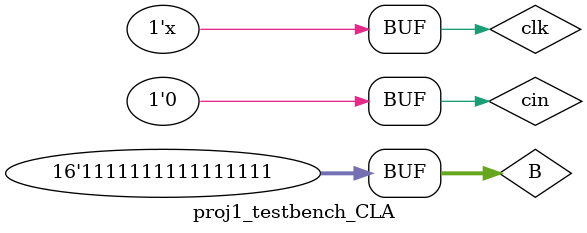
<source format=v>
module fulladder(a, b, cin, sum, cout);
  input a, b, cin;
  output sum, cout;
  assign #2 sum = a ^ b ^ cin;
  assign #2 cout = a & b | a & cin | b & cin;
endmodule

module fulladder_LA(a, b, cin, sum, p, g);
  input a, b, cin;
  output sum, p, g;
  assign #2 sum = a ^ b ^ cin;
  assign #1 g = a & b;
  assign #1 p = a ^ b;
endmodule

module lookahead(p3, p2, p1, p0, g3, g2, g1, g0, c0, c1, c2, c3, c4, P, G);
  input p3, p2, p1, p0, g3, g2, g1, g0, c0;
  output c1, c2, c3, c4, P, G;
  
  // Hook up the carries
  assign #2 c1 = g0 | p0 & c0;
  assign #2 c2 = g1 | p1 & c1;
  assign #2 c3 = g2 | p2 & c2;
  assign #2 c4 = g3 | p3 & c3;
  
  // Logic for "Super Propagate" and "Super Generate"
  assign #3 P = p3 & p2 & p1 & p0;
  assign #4 G = g3 | p3 & g2 | p3 & p2 & g1 | p3 & p2 & p1 & g0;
endmodule

module CLA(a, b, cin, sum, cout, P, G);
  input [3:0] a, b;
  input cin;
  output [3:0] sum;
  output cout, P, G;
  
  wire [3:0] c, p, g;
  assign c[0] = cin;
  
  fulladder_LA f0(a[0], b[0], c[0], sum[0], p[0], g[0]);
  fulladder_LA f1(a[1], b[1], c[1], sum[1], p[1], g[1]);
  fulladder_LA f2(a[2], b[2], c[2], sum[2], p[2], g[2]);
  fulladder_LA f3(a[3], b[3], c[3], sum[3], p[3], g[3]);
  
  lookahead LA(p[3], p[2], p[1], p[0], g[3], g[2], g[1], g[0], c[0], c[1], c[2], c[3], cout, P, G);
endmodule

module add16_LA(a, b, cin, sum, cout, P, G);
  input [15:0] a, b;
  input cin;
  output [15:0] sum;
  output cout, P, G;

  wire [3:0] c, p, g;
  assign c[0] = cin;

  // The carry out of each CLA remains unconnected, as we will use the p and g instead
  CLA cla0(a[3:0],   b[3:0],   c[0], sum[3:0],   , p[0], g[0]);
  CLA cla1(a[7:4],   b[7:4],   c[1], sum[7:4],   , p[1], g[1]);
  CLA cla2(a[11:8],  b[11:8],  c[2], sum[11:8],  , p[2], g[2]);
  CLA cla3(a[15:12], b[15:12], c[3], sum[15:12], , p[3], g[3]);

  lookahead LA(p[3], p[2], p[1], p[0], g[3], g[2], g[1], g[0], c[0], c[1], c[2], c[3], cout, P, G);
endmodule

module ripple_adder(a, b, sum, cout);
  input [15:0] a, b;
  output [15:0] sum;
  output cout;
  
  wire [15:0] c;
  assign c[0] = 0;
  
  fulladder f0(a[0], b[0], c[0], sum[0], c[1]);
  fulladder f1(a[1], b[1], c[1], sum[1], c[2]);
  fulladder f2(a[2], b[2], c[2], sum[2], c[3]);
  fulladder f3(a[3], b[3], c[3], sum[3], c[4]);
  fulladder f4(a[4], b[4], c[4], sum[4], c[5]);
  fulladder f5(a[5], b[5], c[5], sum[5], c[6]);
  fulladder f6(a[6], b[6], c[6], sum[6], c[7]);
  fulladder f7(a[7], b[7], c[7], sum[7], c[8]);
  fulladder f8(a[8], b[8], c[8], sum[8], c[9]);
  fulladder f9(a[9], b[9], c[9], sum[9], c[10]);
  fulladder f10(a[10], b[10], c[10], sum[10], c[11]);
  fulladder f11(a[11], b[11], c[11], sum[11], c[12]);
  fulladder f12(a[12], b[12], c[12], sum[12], c[13]);
  fulladder f13(a[13], b[13], c[13], sum[13], c[14]);
  fulladder f14(a[14], b[14], c[14], sum[14], c[15]);
  fulladder f15(a[15], b[15], c[15], sum[15], cout);
endmodule

module proj1_testbench;
  wire [15:0] sum;
  wire cout;
  
  reg [15:0] A, B;
  reg clk;
  
  // instantiate a ripple_adder (DUT = Device Under Test)
  ripple_adder DUT(A, B, sum, cout);
  
  // Generate a clock that changes every 5 time units (a period of 10)
  always
    #32 clk = ~clk;

  // Initialize signals
  initial begin
    // Initialize clk to 0
    clk = 1'b0;
    
    // Set A and B to 16 bit zeros
    A = 16'hFFF8;
    B = 16'hFFFF;
  end

  // add one to the value of A at each positive clock edge
  always @(posedge clk)
    A = A + 1;
endmodule

module proj1_testbench_CLA;
  wire[15:0] sum;
  
  reg [15:0] A, B;
  reg cin;
  reg clk;
  
  wire cout, P, G;
  
  add16_LA DUT(A, B, cin, sum, cout, P, G);
  
  always
   #32 clk = ~clk;
  
  initial begin
    // Initialize clk to 0
    clk = 1'b0;
    
    // Set A and B to 16 bit zeros
    A = 16'hFFF8;
    B = 16'hFFFF;

    cin = 1'b0;
  
  end

  // add one to the value of A at each positive clock edge
  always @(posedge clk)
    A = A + 1;
endmodule

</source>
